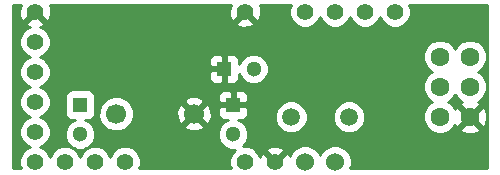
<source format=gbl>
G04 #@! TF.FileFunction,Copper,L2,Bot,Signal*
%FSLAX46Y46*%
G04 Gerber Fmt 4.6, Leading zero omitted, Abs format (unit mm)*
G04 Created by KiCad (PCBNEW 4.0.0-rc2-stable) date Tue 17 Nov 2015 14:10:44 GMT*
%MOMM*%
G01*
G04 APERTURE LIST*
%ADD10C,0.100000*%
%ADD11C,1.400000*%
%ADD12C,1.501140*%
%ADD13C,1.524000*%
%ADD14C,1.600000*%
%ADD15C,1.700000*%
%ADD16R,1.300000X1.300000*%
%ADD17C,1.300000*%
%ADD18C,0.254000*%
G04 APERTURE END LIST*
D10*
D11*
X130810000Y-103632000D03*
X130810000Y-106172000D03*
X130810000Y-101092000D03*
X130810000Y-98552000D03*
X130810000Y-108712000D03*
X130810000Y-111252000D03*
D12*
X157380940Y-107442000D03*
X152499060Y-107442000D03*
D11*
X148590000Y-111252000D03*
X151130000Y-111252000D03*
X148590000Y-98552000D03*
X153670000Y-98552000D03*
X133350000Y-111252000D03*
X156210000Y-98552000D03*
X158750000Y-98552000D03*
X161290000Y-98552000D03*
X135890000Y-111252000D03*
X138430000Y-111252000D03*
D13*
X153670000Y-111252000D03*
X156210000Y-111252000D03*
D14*
X167640000Y-102362000D03*
X167640000Y-104902000D03*
X165100000Y-104902000D03*
X165100000Y-102362000D03*
X167640000Y-107442000D03*
X165100000Y-107442000D03*
D15*
X137668000Y-107188000D03*
X144272000Y-107188000D03*
D16*
X146812000Y-103378000D03*
D17*
X149312000Y-103378000D03*
D16*
X147574000Y-106426000D03*
D17*
X147574000Y-108926000D03*
D16*
X134620000Y-106426000D03*
D17*
X134620000Y-108926000D03*
D18*
G36*
X129462581Y-98359122D02*
X129491336Y-98889440D01*
X129638958Y-99245831D01*
X129874725Y-99307669D01*
X130630395Y-98552000D01*
X130616252Y-98537858D01*
X130795858Y-98358252D01*
X130810000Y-98372395D01*
X130824142Y-98358252D01*
X131003748Y-98537858D01*
X130989605Y-98552000D01*
X131745275Y-99307669D01*
X131981042Y-99245831D01*
X132157419Y-98744878D01*
X132128664Y-98214560D01*
X132036477Y-97992000D01*
X147371838Y-97992000D01*
X147242581Y-98359122D01*
X147271336Y-98889440D01*
X147418958Y-99245831D01*
X147654725Y-99307669D01*
X148410395Y-98552000D01*
X148396252Y-98537858D01*
X148575858Y-98358252D01*
X148590000Y-98372395D01*
X148604142Y-98358252D01*
X148783748Y-98537858D01*
X148769605Y-98552000D01*
X149525275Y-99307669D01*
X149761042Y-99245831D01*
X149937419Y-98744878D01*
X149908664Y-98214560D01*
X149816477Y-97992000D01*
X152457016Y-97992000D01*
X152335232Y-98285287D01*
X152334769Y-98816383D01*
X152537582Y-99307229D01*
X152912796Y-99683098D01*
X153403287Y-99886768D01*
X153934383Y-99887231D01*
X154425229Y-99684418D01*
X154801098Y-99309204D01*
X154940091Y-98974473D01*
X155077582Y-99307229D01*
X155452796Y-99683098D01*
X155943287Y-99886768D01*
X156474383Y-99887231D01*
X156965229Y-99684418D01*
X157341098Y-99309204D01*
X157480091Y-98974473D01*
X157617582Y-99307229D01*
X157992796Y-99683098D01*
X158483287Y-99886768D01*
X159014383Y-99887231D01*
X159505229Y-99684418D01*
X159881098Y-99309204D01*
X160020091Y-98974473D01*
X160157582Y-99307229D01*
X160532796Y-99683098D01*
X161023287Y-99886768D01*
X161554383Y-99887231D01*
X162045229Y-99684418D01*
X162421098Y-99309204D01*
X162624768Y-98818713D01*
X162625231Y-98287617D01*
X162503085Y-97992000D01*
X169089000Y-97992000D01*
X169089000Y-111812000D01*
X157490117Y-111812000D01*
X157606757Y-111531100D01*
X157607242Y-110975339D01*
X157395010Y-110461697D01*
X157002370Y-110068371D01*
X156489100Y-109855243D01*
X155933339Y-109854758D01*
X155419697Y-110066990D01*
X155026371Y-110459630D01*
X154940051Y-110667512D01*
X154855010Y-110461697D01*
X154462370Y-110068371D01*
X153949100Y-109855243D01*
X153393339Y-109854758D01*
X152879697Y-110066990D01*
X152486371Y-110459630D01*
X152373159Y-110732275D01*
X152301042Y-110558169D01*
X152065275Y-110496331D01*
X151309605Y-111252000D01*
X151323748Y-111266142D01*
X151144142Y-111445748D01*
X151130000Y-111431605D01*
X151115858Y-111445748D01*
X150936252Y-111266142D01*
X150950395Y-111252000D01*
X150194725Y-110496331D01*
X149958958Y-110558169D01*
X149861804Y-110834111D01*
X149722418Y-110496771D01*
X149542686Y-110316725D01*
X150374331Y-110316725D01*
X151130000Y-111072395D01*
X151885669Y-110316725D01*
X151823831Y-110080958D01*
X151322878Y-109904581D01*
X150792560Y-109933336D01*
X150436169Y-110080958D01*
X150374331Y-110316725D01*
X149542686Y-110316725D01*
X149347204Y-110120902D01*
X148856713Y-109917232D01*
X148400287Y-109916834D01*
X148662735Y-109654845D01*
X148858777Y-109182724D01*
X148859223Y-108671519D01*
X148664005Y-108199057D01*
X148302845Y-107837265D01*
X148011765Y-107716398D01*
X151113250Y-107716398D01*
X151323746Y-108225837D01*
X151713173Y-108615944D01*
X152222244Y-108827329D01*
X152773458Y-108827810D01*
X153282897Y-108617314D01*
X153673004Y-108227887D01*
X153884389Y-107718816D01*
X153884391Y-107716398D01*
X155995130Y-107716398D01*
X156205626Y-108225837D01*
X156595053Y-108615944D01*
X157104124Y-108827329D01*
X157655338Y-108827810D01*
X158164777Y-108617314D01*
X158554884Y-108227887D01*
X158766269Y-107718816D01*
X158766750Y-107167602D01*
X158556254Y-106658163D01*
X158166827Y-106268056D01*
X157657756Y-106056671D01*
X157106542Y-106056190D01*
X156597103Y-106266686D01*
X156206996Y-106656113D01*
X155995611Y-107165184D01*
X155995130Y-107716398D01*
X153884391Y-107716398D01*
X153884870Y-107167602D01*
X153674374Y-106658163D01*
X153284947Y-106268056D01*
X152775876Y-106056671D01*
X152224662Y-106056190D01*
X151715223Y-106266686D01*
X151325116Y-106656113D01*
X151113731Y-107165184D01*
X151113250Y-107716398D01*
X148011765Y-107716398D01*
X147998765Y-107711000D01*
X148350310Y-107711000D01*
X148583699Y-107614327D01*
X148762327Y-107435698D01*
X148859000Y-107202309D01*
X148859000Y-106711750D01*
X148700250Y-106553000D01*
X147701000Y-106553000D01*
X147701000Y-106573000D01*
X147447000Y-106573000D01*
X147447000Y-106553000D01*
X146447750Y-106553000D01*
X146289000Y-106711750D01*
X146289000Y-107202309D01*
X146385673Y-107435698D01*
X146564301Y-107614327D01*
X146797690Y-107711000D01*
X147149567Y-107711000D01*
X146847057Y-107835995D01*
X146485265Y-108197155D01*
X146289223Y-108669276D01*
X146288777Y-109180481D01*
X146483995Y-109652943D01*
X146845155Y-110014735D01*
X147317276Y-110210777D01*
X147743045Y-110211148D01*
X147458902Y-110494796D01*
X147255232Y-110985287D01*
X147254769Y-111516383D01*
X147376915Y-111812000D01*
X139642984Y-111812000D01*
X139764768Y-111518713D01*
X139765231Y-110987617D01*
X139562418Y-110496771D01*
X139187204Y-110120902D01*
X138696713Y-109917232D01*
X138165617Y-109916769D01*
X137674771Y-110119582D01*
X137298902Y-110494796D01*
X137159909Y-110829527D01*
X137022418Y-110496771D01*
X136647204Y-110120902D01*
X136156713Y-109917232D01*
X135625617Y-109916769D01*
X135134771Y-110119582D01*
X134758902Y-110494796D01*
X134619909Y-110829527D01*
X134482418Y-110496771D01*
X134107204Y-110120902D01*
X133616713Y-109917232D01*
X133085617Y-109916769D01*
X132594771Y-110119582D01*
X132218902Y-110494796D01*
X132079909Y-110829527D01*
X131942418Y-110496771D01*
X131567204Y-110120902D01*
X131232473Y-109981909D01*
X131565229Y-109844418D01*
X131941098Y-109469204D01*
X132144768Y-108978713D01*
X132145231Y-108447617D01*
X131942418Y-107956771D01*
X131567204Y-107580902D01*
X131232473Y-107441909D01*
X131565229Y-107304418D01*
X131941098Y-106929204D01*
X132144768Y-106438713D01*
X132145231Y-105907617D01*
X132090849Y-105776000D01*
X133322560Y-105776000D01*
X133322560Y-107076000D01*
X133366838Y-107311317D01*
X133505910Y-107527441D01*
X133718110Y-107672431D01*
X133970000Y-107723440D01*
X134165460Y-107723440D01*
X133893057Y-107835995D01*
X133531265Y-108197155D01*
X133335223Y-108669276D01*
X133334777Y-109180481D01*
X133529995Y-109652943D01*
X133891155Y-110014735D01*
X134363276Y-110210777D01*
X134874481Y-110211223D01*
X135346943Y-110016005D01*
X135708735Y-109654845D01*
X135904777Y-109182724D01*
X135905223Y-108671519D01*
X135710005Y-108199057D01*
X135348845Y-107837265D01*
X135074724Y-107723440D01*
X135270000Y-107723440D01*
X135505317Y-107679162D01*
X135721441Y-107540090D01*
X135761071Y-107482089D01*
X136182743Y-107482089D01*
X136408344Y-108028086D01*
X136825717Y-108446188D01*
X137371319Y-108672742D01*
X137962089Y-108673257D01*
X138508086Y-108447656D01*
X138724160Y-108231958D01*
X143407647Y-108231958D01*
X143487920Y-108483259D01*
X144043279Y-108684718D01*
X144633458Y-108658315D01*
X145056080Y-108483259D01*
X145136353Y-108231958D01*
X144272000Y-107367605D01*
X143407647Y-108231958D01*
X138724160Y-108231958D01*
X138926188Y-108030283D01*
X139152742Y-107484681D01*
X139153200Y-106959279D01*
X142775282Y-106959279D01*
X142801685Y-107549458D01*
X142976741Y-107972080D01*
X143228042Y-108052353D01*
X144092395Y-107188000D01*
X144451605Y-107188000D01*
X145315958Y-108052353D01*
X145567259Y-107972080D01*
X145768718Y-107416721D01*
X145742315Y-106826542D01*
X145567259Y-106403920D01*
X145315958Y-106323647D01*
X144451605Y-107188000D01*
X144092395Y-107188000D01*
X143228042Y-106323647D01*
X142976741Y-106403920D01*
X142775282Y-106959279D01*
X139153200Y-106959279D01*
X139153257Y-106893911D01*
X138927656Y-106347914D01*
X138724140Y-106144042D01*
X143407647Y-106144042D01*
X144272000Y-107008395D01*
X145136353Y-106144042D01*
X145056080Y-105892741D01*
X144500721Y-105691282D01*
X143910542Y-105717685D01*
X143487920Y-105892741D01*
X143407647Y-106144042D01*
X138724140Y-106144042D01*
X138510283Y-105929812D01*
X137964681Y-105703258D01*
X137373911Y-105702743D01*
X136827914Y-105928344D01*
X136409812Y-106345717D01*
X136183258Y-106891319D01*
X136182743Y-107482089D01*
X135761071Y-107482089D01*
X135866431Y-107327890D01*
X135917440Y-107076000D01*
X135917440Y-105776000D01*
X135893674Y-105649691D01*
X146289000Y-105649691D01*
X146289000Y-106140250D01*
X146447750Y-106299000D01*
X147447000Y-106299000D01*
X147447000Y-105299750D01*
X147701000Y-105299750D01*
X147701000Y-106299000D01*
X148700250Y-106299000D01*
X148859000Y-106140250D01*
X148859000Y-105649691D01*
X148762327Y-105416302D01*
X148583699Y-105237673D01*
X148350310Y-105141000D01*
X147859750Y-105141000D01*
X147701000Y-105299750D01*
X147447000Y-105299750D01*
X147288250Y-105141000D01*
X146797690Y-105141000D01*
X146564301Y-105237673D01*
X146385673Y-105416302D01*
X146289000Y-105649691D01*
X135893674Y-105649691D01*
X135873162Y-105540683D01*
X135734090Y-105324559D01*
X135521890Y-105179569D01*
X135270000Y-105128560D01*
X133970000Y-105128560D01*
X133734683Y-105172838D01*
X133518559Y-105311910D01*
X133373569Y-105524110D01*
X133322560Y-105776000D01*
X132090849Y-105776000D01*
X131942418Y-105416771D01*
X131567204Y-105040902D01*
X131232473Y-104901909D01*
X131565229Y-104764418D01*
X131941098Y-104389204D01*
X132144768Y-103898713D01*
X132144972Y-103663750D01*
X145527000Y-103663750D01*
X145527000Y-104154310D01*
X145623673Y-104387699D01*
X145802302Y-104566327D01*
X146035691Y-104663000D01*
X146526250Y-104663000D01*
X146685000Y-104504250D01*
X146685000Y-103505000D01*
X145685750Y-103505000D01*
X145527000Y-103663750D01*
X132144972Y-103663750D01*
X132145231Y-103367617D01*
X131942418Y-102876771D01*
X131667817Y-102601690D01*
X145527000Y-102601690D01*
X145527000Y-103092250D01*
X145685750Y-103251000D01*
X146685000Y-103251000D01*
X146685000Y-102251750D01*
X146939000Y-102251750D01*
X146939000Y-103251000D01*
X146959000Y-103251000D01*
X146959000Y-103505000D01*
X146939000Y-103505000D01*
X146939000Y-104504250D01*
X147097750Y-104663000D01*
X147588309Y-104663000D01*
X147821698Y-104566327D01*
X148000327Y-104387699D01*
X148097000Y-104154310D01*
X148097000Y-103802433D01*
X148221995Y-104104943D01*
X148583155Y-104466735D01*
X149055276Y-104662777D01*
X149566481Y-104663223D01*
X150038943Y-104468005D01*
X150400735Y-104106845D01*
X150596777Y-103634724D01*
X150597223Y-103123519D01*
X150402005Y-102651057D01*
X150397144Y-102646187D01*
X163664752Y-102646187D01*
X163882757Y-103173800D01*
X164286077Y-103577824D01*
X164416215Y-103631862D01*
X164288200Y-103684757D01*
X163884176Y-104088077D01*
X163665250Y-104615309D01*
X163664752Y-105186187D01*
X163882757Y-105713800D01*
X164286077Y-106117824D01*
X164416215Y-106171862D01*
X164288200Y-106224757D01*
X163884176Y-106628077D01*
X163665250Y-107155309D01*
X163664752Y-107726187D01*
X163882757Y-108253800D01*
X164286077Y-108657824D01*
X164813309Y-108876750D01*
X165384187Y-108877248D01*
X165911800Y-108659243D01*
X166121663Y-108449745D01*
X166811861Y-108449745D01*
X166885995Y-108695864D01*
X167423223Y-108888965D01*
X167993454Y-108861778D01*
X168394005Y-108695864D01*
X168468139Y-108449745D01*
X167640000Y-107621605D01*
X166811861Y-108449745D01*
X166121663Y-108449745D01*
X166315824Y-108255923D01*
X166363448Y-108141232D01*
X166386136Y-108196005D01*
X166632255Y-108270139D01*
X167460395Y-107442000D01*
X167819605Y-107442000D01*
X168647745Y-108270139D01*
X168893864Y-108196005D01*
X169086965Y-107658777D01*
X169059778Y-107088546D01*
X168893864Y-106687995D01*
X168647745Y-106613861D01*
X167819605Y-107442000D01*
X167460395Y-107442000D01*
X166632255Y-106613861D01*
X166386136Y-106687995D01*
X166365195Y-106746254D01*
X166317243Y-106630200D01*
X165913923Y-106226176D01*
X165783785Y-106172138D01*
X165911800Y-106119243D01*
X166315824Y-105715923D01*
X166369862Y-105585785D01*
X166422757Y-105713800D01*
X166826077Y-106117824D01*
X166940768Y-106165448D01*
X166885995Y-106188136D01*
X166811861Y-106434255D01*
X167640000Y-107262395D01*
X168468139Y-106434255D01*
X168394005Y-106188136D01*
X168335746Y-106167195D01*
X168451800Y-106119243D01*
X168855824Y-105715923D01*
X169074750Y-105188691D01*
X169075248Y-104617813D01*
X168857243Y-104090200D01*
X168453923Y-103686176D01*
X168323785Y-103632138D01*
X168451800Y-103579243D01*
X168855824Y-103175923D01*
X169074750Y-102648691D01*
X169075248Y-102077813D01*
X168857243Y-101550200D01*
X168453923Y-101146176D01*
X167926691Y-100927250D01*
X167355813Y-100926752D01*
X166828200Y-101144757D01*
X166424176Y-101548077D01*
X166370138Y-101678215D01*
X166317243Y-101550200D01*
X165913923Y-101146176D01*
X165386691Y-100927250D01*
X164815813Y-100926752D01*
X164288200Y-101144757D01*
X163884176Y-101548077D01*
X163665250Y-102075309D01*
X163664752Y-102646187D01*
X150397144Y-102646187D01*
X150040845Y-102289265D01*
X149568724Y-102093223D01*
X149057519Y-102092777D01*
X148585057Y-102287995D01*
X148223265Y-102649155D01*
X148097000Y-102953235D01*
X148097000Y-102601690D01*
X148000327Y-102368301D01*
X147821698Y-102189673D01*
X147588309Y-102093000D01*
X147097750Y-102093000D01*
X146939000Y-102251750D01*
X146685000Y-102251750D01*
X146526250Y-102093000D01*
X146035691Y-102093000D01*
X145802302Y-102189673D01*
X145623673Y-102368301D01*
X145527000Y-102601690D01*
X131667817Y-102601690D01*
X131567204Y-102500902D01*
X131232473Y-102361909D01*
X131565229Y-102224418D01*
X131941098Y-101849204D01*
X132144768Y-101358713D01*
X132145231Y-100827617D01*
X131942418Y-100336771D01*
X131567204Y-99960902D01*
X131248788Y-99828684D01*
X131503831Y-99723042D01*
X131565669Y-99487275D01*
X147834331Y-99487275D01*
X147896169Y-99723042D01*
X148397122Y-99899419D01*
X148927440Y-99870664D01*
X149283831Y-99723042D01*
X149345669Y-99487275D01*
X148590000Y-98731605D01*
X147834331Y-99487275D01*
X131565669Y-99487275D01*
X130810000Y-98731605D01*
X130054331Y-99487275D01*
X130116169Y-99723042D01*
X130392111Y-99820196D01*
X130054771Y-99959582D01*
X129678902Y-100334796D01*
X129475232Y-100825287D01*
X129474769Y-101356383D01*
X129677582Y-101847229D01*
X130052796Y-102223098D01*
X130387527Y-102362091D01*
X130054771Y-102499582D01*
X129678902Y-102874796D01*
X129475232Y-103365287D01*
X129474769Y-103896383D01*
X129677582Y-104387229D01*
X130052796Y-104763098D01*
X130387527Y-104902091D01*
X130054771Y-105039582D01*
X129678902Y-105414796D01*
X129475232Y-105905287D01*
X129474769Y-106436383D01*
X129677582Y-106927229D01*
X130052796Y-107303098D01*
X130387527Y-107442091D01*
X130054771Y-107579582D01*
X129678902Y-107954796D01*
X129475232Y-108445287D01*
X129474769Y-108976383D01*
X129677582Y-109467229D01*
X130052796Y-109843098D01*
X130387527Y-109982091D01*
X130054771Y-110119582D01*
X129678902Y-110494796D01*
X129475232Y-110985287D01*
X129474769Y-111516383D01*
X129596915Y-111812000D01*
X128980000Y-111812000D01*
X128980000Y-97992000D01*
X129591838Y-97992000D01*
X129462581Y-98359122D01*
X129462581Y-98359122D01*
G37*
X129462581Y-98359122D02*
X129491336Y-98889440D01*
X129638958Y-99245831D01*
X129874725Y-99307669D01*
X130630395Y-98552000D01*
X130616252Y-98537858D01*
X130795858Y-98358252D01*
X130810000Y-98372395D01*
X130824142Y-98358252D01*
X131003748Y-98537858D01*
X130989605Y-98552000D01*
X131745275Y-99307669D01*
X131981042Y-99245831D01*
X132157419Y-98744878D01*
X132128664Y-98214560D01*
X132036477Y-97992000D01*
X147371838Y-97992000D01*
X147242581Y-98359122D01*
X147271336Y-98889440D01*
X147418958Y-99245831D01*
X147654725Y-99307669D01*
X148410395Y-98552000D01*
X148396252Y-98537858D01*
X148575858Y-98358252D01*
X148590000Y-98372395D01*
X148604142Y-98358252D01*
X148783748Y-98537858D01*
X148769605Y-98552000D01*
X149525275Y-99307669D01*
X149761042Y-99245831D01*
X149937419Y-98744878D01*
X149908664Y-98214560D01*
X149816477Y-97992000D01*
X152457016Y-97992000D01*
X152335232Y-98285287D01*
X152334769Y-98816383D01*
X152537582Y-99307229D01*
X152912796Y-99683098D01*
X153403287Y-99886768D01*
X153934383Y-99887231D01*
X154425229Y-99684418D01*
X154801098Y-99309204D01*
X154940091Y-98974473D01*
X155077582Y-99307229D01*
X155452796Y-99683098D01*
X155943287Y-99886768D01*
X156474383Y-99887231D01*
X156965229Y-99684418D01*
X157341098Y-99309204D01*
X157480091Y-98974473D01*
X157617582Y-99307229D01*
X157992796Y-99683098D01*
X158483287Y-99886768D01*
X159014383Y-99887231D01*
X159505229Y-99684418D01*
X159881098Y-99309204D01*
X160020091Y-98974473D01*
X160157582Y-99307229D01*
X160532796Y-99683098D01*
X161023287Y-99886768D01*
X161554383Y-99887231D01*
X162045229Y-99684418D01*
X162421098Y-99309204D01*
X162624768Y-98818713D01*
X162625231Y-98287617D01*
X162503085Y-97992000D01*
X169089000Y-97992000D01*
X169089000Y-111812000D01*
X157490117Y-111812000D01*
X157606757Y-111531100D01*
X157607242Y-110975339D01*
X157395010Y-110461697D01*
X157002370Y-110068371D01*
X156489100Y-109855243D01*
X155933339Y-109854758D01*
X155419697Y-110066990D01*
X155026371Y-110459630D01*
X154940051Y-110667512D01*
X154855010Y-110461697D01*
X154462370Y-110068371D01*
X153949100Y-109855243D01*
X153393339Y-109854758D01*
X152879697Y-110066990D01*
X152486371Y-110459630D01*
X152373159Y-110732275D01*
X152301042Y-110558169D01*
X152065275Y-110496331D01*
X151309605Y-111252000D01*
X151323748Y-111266142D01*
X151144142Y-111445748D01*
X151130000Y-111431605D01*
X151115858Y-111445748D01*
X150936252Y-111266142D01*
X150950395Y-111252000D01*
X150194725Y-110496331D01*
X149958958Y-110558169D01*
X149861804Y-110834111D01*
X149722418Y-110496771D01*
X149542686Y-110316725D01*
X150374331Y-110316725D01*
X151130000Y-111072395D01*
X151885669Y-110316725D01*
X151823831Y-110080958D01*
X151322878Y-109904581D01*
X150792560Y-109933336D01*
X150436169Y-110080958D01*
X150374331Y-110316725D01*
X149542686Y-110316725D01*
X149347204Y-110120902D01*
X148856713Y-109917232D01*
X148400287Y-109916834D01*
X148662735Y-109654845D01*
X148858777Y-109182724D01*
X148859223Y-108671519D01*
X148664005Y-108199057D01*
X148302845Y-107837265D01*
X148011765Y-107716398D01*
X151113250Y-107716398D01*
X151323746Y-108225837D01*
X151713173Y-108615944D01*
X152222244Y-108827329D01*
X152773458Y-108827810D01*
X153282897Y-108617314D01*
X153673004Y-108227887D01*
X153884389Y-107718816D01*
X153884391Y-107716398D01*
X155995130Y-107716398D01*
X156205626Y-108225837D01*
X156595053Y-108615944D01*
X157104124Y-108827329D01*
X157655338Y-108827810D01*
X158164777Y-108617314D01*
X158554884Y-108227887D01*
X158766269Y-107718816D01*
X158766750Y-107167602D01*
X158556254Y-106658163D01*
X158166827Y-106268056D01*
X157657756Y-106056671D01*
X157106542Y-106056190D01*
X156597103Y-106266686D01*
X156206996Y-106656113D01*
X155995611Y-107165184D01*
X155995130Y-107716398D01*
X153884391Y-107716398D01*
X153884870Y-107167602D01*
X153674374Y-106658163D01*
X153284947Y-106268056D01*
X152775876Y-106056671D01*
X152224662Y-106056190D01*
X151715223Y-106266686D01*
X151325116Y-106656113D01*
X151113731Y-107165184D01*
X151113250Y-107716398D01*
X148011765Y-107716398D01*
X147998765Y-107711000D01*
X148350310Y-107711000D01*
X148583699Y-107614327D01*
X148762327Y-107435698D01*
X148859000Y-107202309D01*
X148859000Y-106711750D01*
X148700250Y-106553000D01*
X147701000Y-106553000D01*
X147701000Y-106573000D01*
X147447000Y-106573000D01*
X147447000Y-106553000D01*
X146447750Y-106553000D01*
X146289000Y-106711750D01*
X146289000Y-107202309D01*
X146385673Y-107435698D01*
X146564301Y-107614327D01*
X146797690Y-107711000D01*
X147149567Y-107711000D01*
X146847057Y-107835995D01*
X146485265Y-108197155D01*
X146289223Y-108669276D01*
X146288777Y-109180481D01*
X146483995Y-109652943D01*
X146845155Y-110014735D01*
X147317276Y-110210777D01*
X147743045Y-110211148D01*
X147458902Y-110494796D01*
X147255232Y-110985287D01*
X147254769Y-111516383D01*
X147376915Y-111812000D01*
X139642984Y-111812000D01*
X139764768Y-111518713D01*
X139765231Y-110987617D01*
X139562418Y-110496771D01*
X139187204Y-110120902D01*
X138696713Y-109917232D01*
X138165617Y-109916769D01*
X137674771Y-110119582D01*
X137298902Y-110494796D01*
X137159909Y-110829527D01*
X137022418Y-110496771D01*
X136647204Y-110120902D01*
X136156713Y-109917232D01*
X135625617Y-109916769D01*
X135134771Y-110119582D01*
X134758902Y-110494796D01*
X134619909Y-110829527D01*
X134482418Y-110496771D01*
X134107204Y-110120902D01*
X133616713Y-109917232D01*
X133085617Y-109916769D01*
X132594771Y-110119582D01*
X132218902Y-110494796D01*
X132079909Y-110829527D01*
X131942418Y-110496771D01*
X131567204Y-110120902D01*
X131232473Y-109981909D01*
X131565229Y-109844418D01*
X131941098Y-109469204D01*
X132144768Y-108978713D01*
X132145231Y-108447617D01*
X131942418Y-107956771D01*
X131567204Y-107580902D01*
X131232473Y-107441909D01*
X131565229Y-107304418D01*
X131941098Y-106929204D01*
X132144768Y-106438713D01*
X132145231Y-105907617D01*
X132090849Y-105776000D01*
X133322560Y-105776000D01*
X133322560Y-107076000D01*
X133366838Y-107311317D01*
X133505910Y-107527441D01*
X133718110Y-107672431D01*
X133970000Y-107723440D01*
X134165460Y-107723440D01*
X133893057Y-107835995D01*
X133531265Y-108197155D01*
X133335223Y-108669276D01*
X133334777Y-109180481D01*
X133529995Y-109652943D01*
X133891155Y-110014735D01*
X134363276Y-110210777D01*
X134874481Y-110211223D01*
X135346943Y-110016005D01*
X135708735Y-109654845D01*
X135904777Y-109182724D01*
X135905223Y-108671519D01*
X135710005Y-108199057D01*
X135348845Y-107837265D01*
X135074724Y-107723440D01*
X135270000Y-107723440D01*
X135505317Y-107679162D01*
X135721441Y-107540090D01*
X135761071Y-107482089D01*
X136182743Y-107482089D01*
X136408344Y-108028086D01*
X136825717Y-108446188D01*
X137371319Y-108672742D01*
X137962089Y-108673257D01*
X138508086Y-108447656D01*
X138724160Y-108231958D01*
X143407647Y-108231958D01*
X143487920Y-108483259D01*
X144043279Y-108684718D01*
X144633458Y-108658315D01*
X145056080Y-108483259D01*
X145136353Y-108231958D01*
X144272000Y-107367605D01*
X143407647Y-108231958D01*
X138724160Y-108231958D01*
X138926188Y-108030283D01*
X139152742Y-107484681D01*
X139153200Y-106959279D01*
X142775282Y-106959279D01*
X142801685Y-107549458D01*
X142976741Y-107972080D01*
X143228042Y-108052353D01*
X144092395Y-107188000D01*
X144451605Y-107188000D01*
X145315958Y-108052353D01*
X145567259Y-107972080D01*
X145768718Y-107416721D01*
X145742315Y-106826542D01*
X145567259Y-106403920D01*
X145315958Y-106323647D01*
X144451605Y-107188000D01*
X144092395Y-107188000D01*
X143228042Y-106323647D01*
X142976741Y-106403920D01*
X142775282Y-106959279D01*
X139153200Y-106959279D01*
X139153257Y-106893911D01*
X138927656Y-106347914D01*
X138724140Y-106144042D01*
X143407647Y-106144042D01*
X144272000Y-107008395D01*
X145136353Y-106144042D01*
X145056080Y-105892741D01*
X144500721Y-105691282D01*
X143910542Y-105717685D01*
X143487920Y-105892741D01*
X143407647Y-106144042D01*
X138724140Y-106144042D01*
X138510283Y-105929812D01*
X137964681Y-105703258D01*
X137373911Y-105702743D01*
X136827914Y-105928344D01*
X136409812Y-106345717D01*
X136183258Y-106891319D01*
X136182743Y-107482089D01*
X135761071Y-107482089D01*
X135866431Y-107327890D01*
X135917440Y-107076000D01*
X135917440Y-105776000D01*
X135893674Y-105649691D01*
X146289000Y-105649691D01*
X146289000Y-106140250D01*
X146447750Y-106299000D01*
X147447000Y-106299000D01*
X147447000Y-105299750D01*
X147701000Y-105299750D01*
X147701000Y-106299000D01*
X148700250Y-106299000D01*
X148859000Y-106140250D01*
X148859000Y-105649691D01*
X148762327Y-105416302D01*
X148583699Y-105237673D01*
X148350310Y-105141000D01*
X147859750Y-105141000D01*
X147701000Y-105299750D01*
X147447000Y-105299750D01*
X147288250Y-105141000D01*
X146797690Y-105141000D01*
X146564301Y-105237673D01*
X146385673Y-105416302D01*
X146289000Y-105649691D01*
X135893674Y-105649691D01*
X135873162Y-105540683D01*
X135734090Y-105324559D01*
X135521890Y-105179569D01*
X135270000Y-105128560D01*
X133970000Y-105128560D01*
X133734683Y-105172838D01*
X133518559Y-105311910D01*
X133373569Y-105524110D01*
X133322560Y-105776000D01*
X132090849Y-105776000D01*
X131942418Y-105416771D01*
X131567204Y-105040902D01*
X131232473Y-104901909D01*
X131565229Y-104764418D01*
X131941098Y-104389204D01*
X132144768Y-103898713D01*
X132144972Y-103663750D01*
X145527000Y-103663750D01*
X145527000Y-104154310D01*
X145623673Y-104387699D01*
X145802302Y-104566327D01*
X146035691Y-104663000D01*
X146526250Y-104663000D01*
X146685000Y-104504250D01*
X146685000Y-103505000D01*
X145685750Y-103505000D01*
X145527000Y-103663750D01*
X132144972Y-103663750D01*
X132145231Y-103367617D01*
X131942418Y-102876771D01*
X131667817Y-102601690D01*
X145527000Y-102601690D01*
X145527000Y-103092250D01*
X145685750Y-103251000D01*
X146685000Y-103251000D01*
X146685000Y-102251750D01*
X146939000Y-102251750D01*
X146939000Y-103251000D01*
X146959000Y-103251000D01*
X146959000Y-103505000D01*
X146939000Y-103505000D01*
X146939000Y-104504250D01*
X147097750Y-104663000D01*
X147588309Y-104663000D01*
X147821698Y-104566327D01*
X148000327Y-104387699D01*
X148097000Y-104154310D01*
X148097000Y-103802433D01*
X148221995Y-104104943D01*
X148583155Y-104466735D01*
X149055276Y-104662777D01*
X149566481Y-104663223D01*
X150038943Y-104468005D01*
X150400735Y-104106845D01*
X150596777Y-103634724D01*
X150597223Y-103123519D01*
X150402005Y-102651057D01*
X150397144Y-102646187D01*
X163664752Y-102646187D01*
X163882757Y-103173800D01*
X164286077Y-103577824D01*
X164416215Y-103631862D01*
X164288200Y-103684757D01*
X163884176Y-104088077D01*
X163665250Y-104615309D01*
X163664752Y-105186187D01*
X163882757Y-105713800D01*
X164286077Y-106117824D01*
X164416215Y-106171862D01*
X164288200Y-106224757D01*
X163884176Y-106628077D01*
X163665250Y-107155309D01*
X163664752Y-107726187D01*
X163882757Y-108253800D01*
X164286077Y-108657824D01*
X164813309Y-108876750D01*
X165384187Y-108877248D01*
X165911800Y-108659243D01*
X166121663Y-108449745D01*
X166811861Y-108449745D01*
X166885995Y-108695864D01*
X167423223Y-108888965D01*
X167993454Y-108861778D01*
X168394005Y-108695864D01*
X168468139Y-108449745D01*
X167640000Y-107621605D01*
X166811861Y-108449745D01*
X166121663Y-108449745D01*
X166315824Y-108255923D01*
X166363448Y-108141232D01*
X166386136Y-108196005D01*
X166632255Y-108270139D01*
X167460395Y-107442000D01*
X167819605Y-107442000D01*
X168647745Y-108270139D01*
X168893864Y-108196005D01*
X169086965Y-107658777D01*
X169059778Y-107088546D01*
X168893864Y-106687995D01*
X168647745Y-106613861D01*
X167819605Y-107442000D01*
X167460395Y-107442000D01*
X166632255Y-106613861D01*
X166386136Y-106687995D01*
X166365195Y-106746254D01*
X166317243Y-106630200D01*
X165913923Y-106226176D01*
X165783785Y-106172138D01*
X165911800Y-106119243D01*
X166315824Y-105715923D01*
X166369862Y-105585785D01*
X166422757Y-105713800D01*
X166826077Y-106117824D01*
X166940768Y-106165448D01*
X166885995Y-106188136D01*
X166811861Y-106434255D01*
X167640000Y-107262395D01*
X168468139Y-106434255D01*
X168394005Y-106188136D01*
X168335746Y-106167195D01*
X168451800Y-106119243D01*
X168855824Y-105715923D01*
X169074750Y-105188691D01*
X169075248Y-104617813D01*
X168857243Y-104090200D01*
X168453923Y-103686176D01*
X168323785Y-103632138D01*
X168451800Y-103579243D01*
X168855824Y-103175923D01*
X169074750Y-102648691D01*
X169075248Y-102077813D01*
X168857243Y-101550200D01*
X168453923Y-101146176D01*
X167926691Y-100927250D01*
X167355813Y-100926752D01*
X166828200Y-101144757D01*
X166424176Y-101548077D01*
X166370138Y-101678215D01*
X166317243Y-101550200D01*
X165913923Y-101146176D01*
X165386691Y-100927250D01*
X164815813Y-100926752D01*
X164288200Y-101144757D01*
X163884176Y-101548077D01*
X163665250Y-102075309D01*
X163664752Y-102646187D01*
X150397144Y-102646187D01*
X150040845Y-102289265D01*
X149568724Y-102093223D01*
X149057519Y-102092777D01*
X148585057Y-102287995D01*
X148223265Y-102649155D01*
X148097000Y-102953235D01*
X148097000Y-102601690D01*
X148000327Y-102368301D01*
X147821698Y-102189673D01*
X147588309Y-102093000D01*
X147097750Y-102093000D01*
X146939000Y-102251750D01*
X146685000Y-102251750D01*
X146526250Y-102093000D01*
X146035691Y-102093000D01*
X145802302Y-102189673D01*
X145623673Y-102368301D01*
X145527000Y-102601690D01*
X131667817Y-102601690D01*
X131567204Y-102500902D01*
X131232473Y-102361909D01*
X131565229Y-102224418D01*
X131941098Y-101849204D01*
X132144768Y-101358713D01*
X132145231Y-100827617D01*
X131942418Y-100336771D01*
X131567204Y-99960902D01*
X131248788Y-99828684D01*
X131503831Y-99723042D01*
X131565669Y-99487275D01*
X147834331Y-99487275D01*
X147896169Y-99723042D01*
X148397122Y-99899419D01*
X148927440Y-99870664D01*
X149283831Y-99723042D01*
X149345669Y-99487275D01*
X148590000Y-98731605D01*
X147834331Y-99487275D01*
X131565669Y-99487275D01*
X130810000Y-98731605D01*
X130054331Y-99487275D01*
X130116169Y-99723042D01*
X130392111Y-99820196D01*
X130054771Y-99959582D01*
X129678902Y-100334796D01*
X129475232Y-100825287D01*
X129474769Y-101356383D01*
X129677582Y-101847229D01*
X130052796Y-102223098D01*
X130387527Y-102362091D01*
X130054771Y-102499582D01*
X129678902Y-102874796D01*
X129475232Y-103365287D01*
X129474769Y-103896383D01*
X129677582Y-104387229D01*
X130052796Y-104763098D01*
X130387527Y-104902091D01*
X130054771Y-105039582D01*
X129678902Y-105414796D01*
X129475232Y-105905287D01*
X129474769Y-106436383D01*
X129677582Y-106927229D01*
X130052796Y-107303098D01*
X130387527Y-107442091D01*
X130054771Y-107579582D01*
X129678902Y-107954796D01*
X129475232Y-108445287D01*
X129474769Y-108976383D01*
X129677582Y-109467229D01*
X130052796Y-109843098D01*
X130387527Y-109982091D01*
X130054771Y-110119582D01*
X129678902Y-110494796D01*
X129475232Y-110985287D01*
X129474769Y-111516383D01*
X129596915Y-111812000D01*
X128980000Y-111812000D01*
X128980000Y-97992000D01*
X129591838Y-97992000D01*
X129462581Y-98359122D01*
M02*

</source>
